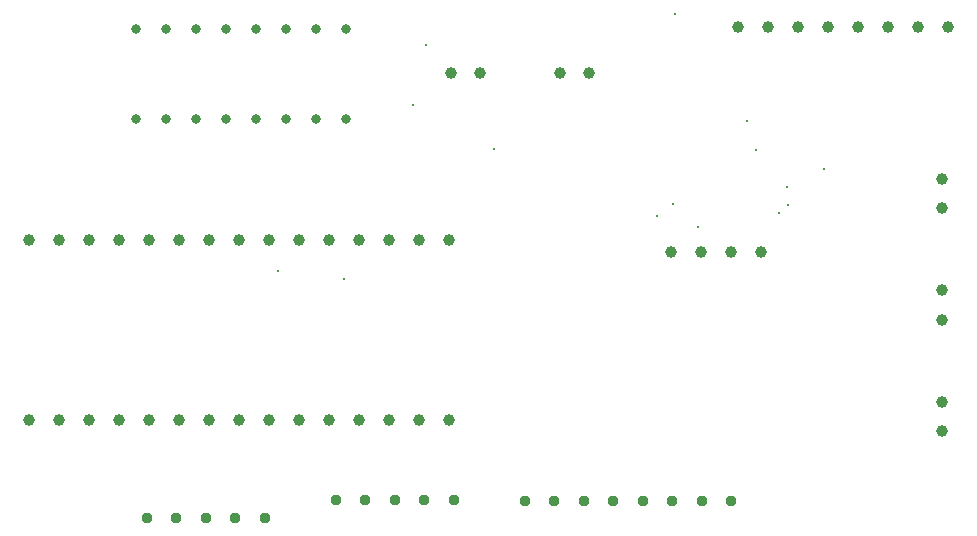
<source format=gbr>
%TF.GenerationSoftware,KiCad,Pcbnew,9.0.3*%
%TF.CreationDate,2025-07-23T14:16:41+06:00*%
%TF.ProjectId,LFRCircuit,4c465243-6972-4637-9569-742e6b696361,rev?*%
%TF.SameCoordinates,Original*%
%TF.FileFunction,Plated,1,2,PTH,Drill*%
%TF.FilePolarity,Positive*%
%FSLAX46Y46*%
G04 Gerber Fmt 4.6, Leading zero omitted, Abs format (unit mm)*
G04 Created by KiCad (PCBNEW 9.0.3) date 2025-07-23 14:16:41*
%MOMM*%
%LPD*%
G01*
G04 APERTURE LIST*
%TA.AperFunction,ViaDrill*%
%ADD10C,0.300000*%
%TD*%
%TA.AperFunction,ComponentDrill*%
%ADD11C,0.800000*%
%TD*%
%TA.AperFunction,ComponentDrill*%
%ADD12C,0.950000*%
%TD*%
%TA.AperFunction,ComponentDrill*%
%ADD13C,1.000000*%
%TD*%
G04 APERTURE END LIST*
D10*
X150377500Y-98829100D03*
X155951900Y-99568600D03*
X161771300Y-84786600D03*
X162915000Y-79718300D03*
X168656900Y-88540200D03*
X182505500Y-94243300D03*
X183827300Y-93171800D03*
X184014100Y-77146800D03*
X185977700Y-95133500D03*
X190086800Y-86153100D03*
X190876100Y-88631400D03*
X192759600Y-93975400D03*
X193485300Y-91723700D03*
X193566000Y-93297800D03*
X196625000Y-90201900D03*
D11*
%TO.C,U1*%
X138380000Y-78380000D03*
X138380000Y-86000000D03*
X140920000Y-78380000D03*
X140920000Y-86000000D03*
X143460000Y-78380000D03*
X143460000Y-86000000D03*
X146000000Y-78380000D03*
X146000000Y-86000000D03*
X148540000Y-78380000D03*
X148540000Y-86000000D03*
X151080000Y-78380000D03*
X151080000Y-86000000D03*
X153620000Y-78380000D03*
X153620000Y-86000000D03*
X156160000Y-78380000D03*
X156160000Y-86000000D03*
D12*
%TO.C,RotaryEncoder1*%
X139250000Y-119750000D03*
X141750000Y-119750000D03*
X144250000Y-119750000D03*
X146750000Y-119750000D03*
X149250000Y-119750000D03*
%TO.C,SonarSensor3Array1*%
X155250000Y-118250000D03*
X157750000Y-118250000D03*
X160250000Y-118250000D03*
X162750000Y-118250000D03*
X165250000Y-118250000D03*
%TO.C,IRSensor6Array1*%
X171250000Y-118305000D03*
X173750000Y-118305000D03*
X176250000Y-118305000D03*
X178750000Y-118305000D03*
X181250000Y-118305000D03*
X183750000Y-118305000D03*
X186250000Y-118305000D03*
X188750000Y-118305000D03*
D13*
%TO.C,ArduinoNanoTypeC1*%
X129310000Y-96250000D03*
X129310000Y-111490000D03*
X131850000Y-96250000D03*
X131850000Y-111490000D03*
X134390000Y-96250000D03*
X134390000Y-111490000D03*
X136930000Y-96250000D03*
X136930000Y-111490000D03*
X139470000Y-96250000D03*
X139470000Y-111490000D03*
X142010000Y-96250000D03*
X142010000Y-111490000D03*
X144550000Y-96250000D03*
X144550000Y-111490000D03*
X147090000Y-96250000D03*
X147090000Y-111490000D03*
X149630000Y-96250000D03*
X149630000Y-111490000D03*
X152170000Y-96250000D03*
X152170000Y-111490000D03*
X154710000Y-96250000D03*
X154710000Y-111490000D03*
X157250000Y-96250000D03*
X157250000Y-111490000D03*
X159790000Y-96250000D03*
X159790000Y-111490000D03*
X162330000Y-96250000D03*
X162330000Y-111490000D03*
X164870000Y-96250000D03*
X164870000Y-111490000D03*
%TO.C,M1*%
X165000000Y-82100000D03*
X167500000Y-82100000D03*
%TO.C,M2*%
X174250000Y-82100000D03*
X176750000Y-82100000D03*
%TO.C,J1*%
X183670000Y-97250000D03*
X186210000Y-97250000D03*
X188750000Y-97250000D03*
%TO.C,INA1*%
X189300000Y-78250000D03*
%TO.C,J1*%
X191290000Y-97250000D03*
%TO.C,INA1*%
X191840000Y-78250000D03*
X194380000Y-78250000D03*
X196920000Y-78250000D03*
X199460000Y-78250000D03*
X202000000Y-78250000D03*
X204540000Y-78250000D03*
%TO.C,BT3*%
X206555000Y-91050000D03*
X206555000Y-93550000D03*
%TO.C,BT2*%
X206555000Y-100500000D03*
X206555000Y-103000000D03*
%TO.C,BT1*%
X206555000Y-109950000D03*
X206555000Y-112450000D03*
%TO.C,INA1*%
X207080000Y-78250000D03*
M02*

</source>
